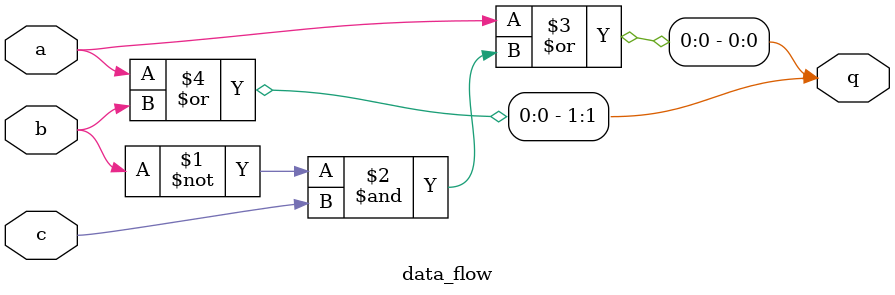
<source format=v>
`timescale 1ns / 1ps
module data_flow(
    input a,
    input b,
    input c,
	 output [1:0]q
    );
	assign q[0] = a | (~b&c); // a + ~bc
	assign q[1] = a | b; // a+b

endmodule

</source>
